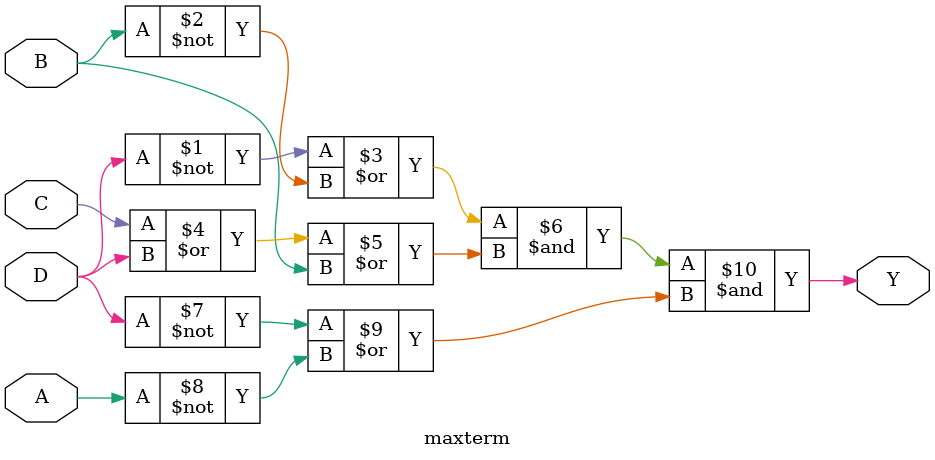
<source format=v>
module maxterm (
    input A, B, C, D,
    output Y
);

assign Y = (~D |~B)& (C | D | B) & (~D | ~A );// Enter your equation here

endmodule

</source>
